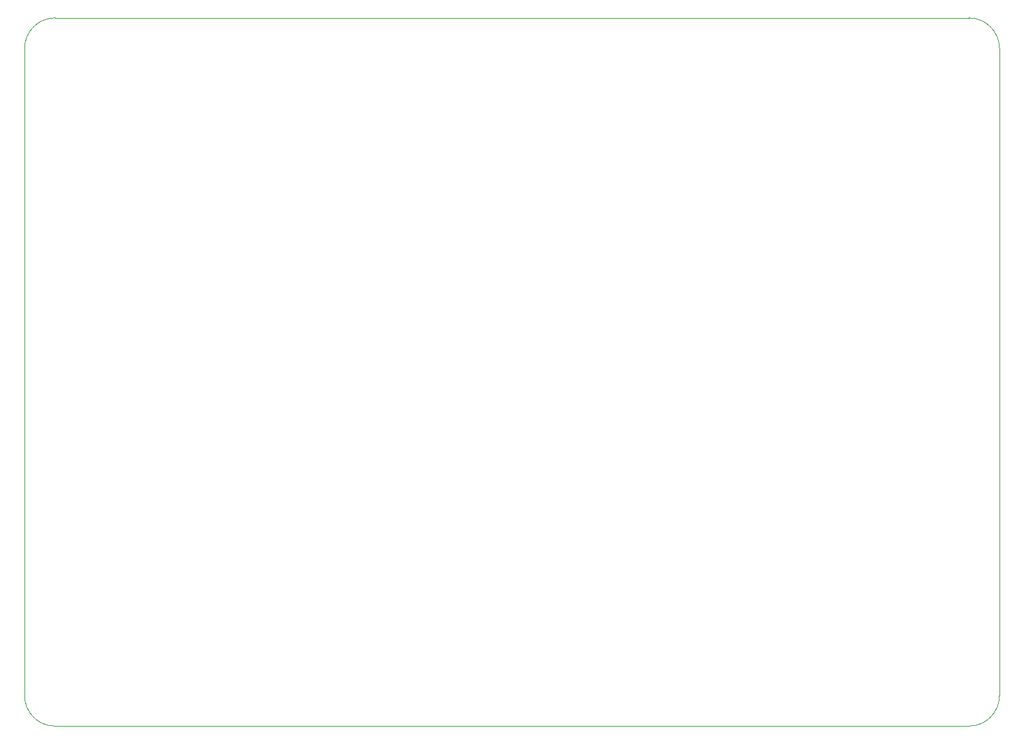
<source format=gm1>
G04 #@! TF.GenerationSoftware,KiCad,Pcbnew,9.0.4*
G04 #@! TF.CreationDate,2025-10-16T22:23:07+02:00*
G04 #@! TF.ProjectId,fotoaparat,666f746f-6170-4617-9261-742e6b696361,rev?*
G04 #@! TF.SameCoordinates,Original*
G04 #@! TF.FileFunction,Profile,NP*
%FSLAX46Y46*%
G04 Gerber Fmt 4.6, Leading zero omitted, Abs format (unit mm)*
G04 Created by KiCad (PCBNEW 9.0.4) date 2025-10-16 22:23:07*
%MOMM*%
%LPD*%
G01*
G04 APERTURE LIST*
G04 #@! TA.AperFunction,Profile*
%ADD10C,0.050000*%
G04 #@! TD*
G04 APERTURE END LIST*
D10*
X209000000Y-145000000D02*
G75*
G02*
X205000000Y-149000000I-4000000J0D01*
G01*
X205000000Y-56000000D02*
G75*
G02*
X209000000Y-60000000I0J-4000000D01*
G01*
X81000000Y-60000000D02*
X81000000Y-145000000D01*
X85000000Y-149000000D02*
G75*
G02*
X81000000Y-145000000I0J4000000D01*
G01*
X85000000Y-149000000D02*
X205000000Y-149000000D01*
X209000000Y-145000000D02*
X209000000Y-60000000D01*
X205000000Y-56000000D02*
X85000000Y-56000000D01*
X81000000Y-60000000D02*
G75*
G02*
X85000000Y-56000000I4000000J0D01*
G01*
M02*

</source>
